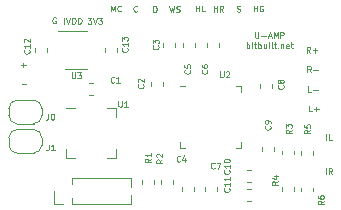
<source format=gbr>
G04 #@! TF.GenerationSoftware,KiCad,Pcbnew,(5.1.4)-1*
G04 #@! TF.CreationDate,2019-11-10T16:51:08-05:00*
G04 #@! TF.ProjectId,UniAmp,556e6941-6d70-42e6-9b69-6361645f7063,rev?*
G04 #@! TF.SameCoordinates,Original*
G04 #@! TF.FileFunction,Legend,Top*
G04 #@! TF.FilePolarity,Positive*
%FSLAX46Y46*%
G04 Gerber Fmt 4.6, Leading zero omitted, Abs format (unit mm)*
G04 Created by KiCad (PCBNEW (5.1.4)-1) date 2019-11-10 16:51:08*
%MOMM*%
%LPD*%
G04 APERTURE LIST*
%ADD10C,0.125000*%
%ADD11C,0.120000*%
G04 APERTURE END LIST*
D10*
X122433333Y-59026190D02*
X122433333Y-58526190D01*
X122600000Y-58883333D01*
X122766666Y-58526190D01*
X122766666Y-59026190D01*
X123290476Y-58978571D02*
X123266666Y-59002380D01*
X123195238Y-59026190D01*
X123147619Y-59026190D01*
X123076190Y-59002380D01*
X123028571Y-58954761D01*
X123004761Y-58907142D01*
X122980952Y-58811904D01*
X122980952Y-58740476D01*
X123004761Y-58645238D01*
X123028571Y-58597619D01*
X123076190Y-58550000D01*
X123147619Y-58526190D01*
X123195238Y-58526190D01*
X123266666Y-58550000D01*
X123290476Y-58573809D01*
X124654761Y-58998571D02*
X124630952Y-59022380D01*
X124559523Y-59046190D01*
X124511904Y-59046190D01*
X124440476Y-59022380D01*
X124392857Y-58974761D01*
X124369047Y-58927142D01*
X124345238Y-58831904D01*
X124345238Y-58760476D01*
X124369047Y-58665238D01*
X124392857Y-58617619D01*
X124440476Y-58570000D01*
X124511904Y-58546190D01*
X124559523Y-58546190D01*
X124630952Y-58570000D01*
X124654761Y-58593809D01*
X127387619Y-58576190D02*
X127506666Y-59076190D01*
X127601904Y-58719047D01*
X127697142Y-59076190D01*
X127816190Y-58576190D01*
X127982857Y-59052380D02*
X128054285Y-59076190D01*
X128173333Y-59076190D01*
X128220952Y-59052380D01*
X128244761Y-59028571D01*
X128268571Y-58980952D01*
X128268571Y-58933333D01*
X128244761Y-58885714D01*
X128220952Y-58861904D01*
X128173333Y-58838095D01*
X128078095Y-58814285D01*
X128030476Y-58790476D01*
X128006666Y-58766666D01*
X127982857Y-58719047D01*
X127982857Y-58671428D01*
X128006666Y-58623809D01*
X128030476Y-58600000D01*
X128078095Y-58576190D01*
X128197142Y-58576190D01*
X128268571Y-58600000D01*
X126039047Y-59066190D02*
X126039047Y-58566190D01*
X126158095Y-58566190D01*
X126229523Y-58590000D01*
X126277142Y-58637619D01*
X126300952Y-58685238D01*
X126324761Y-58780476D01*
X126324761Y-58851904D01*
X126300952Y-58947142D01*
X126277142Y-58994761D01*
X126229523Y-59042380D01*
X126158095Y-59066190D01*
X126039047Y-59066190D01*
X117173333Y-70296190D02*
X117173333Y-70653333D01*
X117149523Y-70724761D01*
X117101904Y-70772380D01*
X117030476Y-70796190D01*
X116982857Y-70796190D01*
X117673333Y-70796190D02*
X117387619Y-70796190D01*
X117530476Y-70796190D02*
X117530476Y-70296190D01*
X117482857Y-70367619D01*
X117435238Y-70415238D01*
X117387619Y-70439047D01*
X117133333Y-67686190D02*
X117133333Y-68043333D01*
X117109523Y-68114761D01*
X117061904Y-68162380D01*
X116990476Y-68186190D01*
X116942857Y-68186190D01*
X117466666Y-67686190D02*
X117514285Y-67686190D01*
X117561904Y-67710000D01*
X117585714Y-67733809D01*
X117609523Y-67781428D01*
X117633333Y-67876666D01*
X117633333Y-67995714D01*
X117609523Y-68090952D01*
X117585714Y-68138571D01*
X117561904Y-68162380D01*
X117514285Y-68186190D01*
X117466666Y-68186190D01*
X117419047Y-68162380D01*
X117395238Y-68138571D01*
X117371428Y-68090952D01*
X117347619Y-67995714D01*
X117347619Y-67876666D01*
X117371428Y-67781428D01*
X117395238Y-67733809D01*
X117419047Y-67710000D01*
X117466666Y-67686190D01*
X140670000Y-72806190D02*
X140670000Y-72306190D01*
X141193809Y-72806190D02*
X141027142Y-72568095D01*
X140908095Y-72806190D02*
X140908095Y-72306190D01*
X141098571Y-72306190D01*
X141146190Y-72330000D01*
X141170000Y-72353809D01*
X141193809Y-72401428D01*
X141193809Y-72472857D01*
X141170000Y-72520476D01*
X141146190Y-72544285D01*
X141098571Y-72568095D01*
X140908095Y-72568095D01*
X140647619Y-69896190D02*
X140647619Y-69396190D01*
X141123809Y-69896190D02*
X140885714Y-69896190D01*
X140885714Y-69396190D01*
X139365238Y-64146190D02*
X139198571Y-63908095D01*
X139079523Y-64146190D02*
X139079523Y-63646190D01*
X139270000Y-63646190D01*
X139317619Y-63670000D01*
X139341428Y-63693809D01*
X139365238Y-63741428D01*
X139365238Y-63812857D01*
X139341428Y-63860476D01*
X139317619Y-63884285D01*
X139270000Y-63908095D01*
X139079523Y-63908095D01*
X139579523Y-63955714D02*
X139960476Y-63955714D01*
X139335238Y-62506190D02*
X139168571Y-62268095D01*
X139049523Y-62506190D02*
X139049523Y-62006190D01*
X139240000Y-62006190D01*
X139287619Y-62030000D01*
X139311428Y-62053809D01*
X139335238Y-62101428D01*
X139335238Y-62172857D01*
X139311428Y-62220476D01*
X139287619Y-62244285D01*
X139240000Y-62268095D01*
X139049523Y-62268095D01*
X139549523Y-62315714D02*
X139930476Y-62315714D01*
X139740000Y-62506190D02*
X139740000Y-62125238D01*
X139405238Y-65836190D02*
X139167142Y-65836190D01*
X139167142Y-65336190D01*
X139571904Y-65645714D02*
X139952857Y-65645714D01*
X139475238Y-67496190D02*
X139237142Y-67496190D01*
X139237142Y-66996190D01*
X139641904Y-67305714D02*
X140022857Y-67305714D01*
X139832380Y-67496190D02*
X139832380Y-67115238D01*
X114889523Y-65195714D02*
X115270476Y-65195714D01*
X114829523Y-63565714D02*
X115210476Y-63565714D01*
X115020000Y-63756190D02*
X115020000Y-63375238D01*
X120470952Y-59586190D02*
X120780476Y-59586190D01*
X120613809Y-59776666D01*
X120685238Y-59776666D01*
X120732857Y-59800476D01*
X120756666Y-59824285D01*
X120780476Y-59871904D01*
X120780476Y-59990952D01*
X120756666Y-60038571D01*
X120732857Y-60062380D01*
X120685238Y-60086190D01*
X120542380Y-60086190D01*
X120494761Y-60062380D01*
X120470952Y-60038571D01*
X120923333Y-59586190D02*
X121090000Y-60086190D01*
X121256666Y-59586190D01*
X121375714Y-59586190D02*
X121685238Y-59586190D01*
X121518571Y-59776666D01*
X121590000Y-59776666D01*
X121637619Y-59800476D01*
X121661428Y-59824285D01*
X121685238Y-59871904D01*
X121685238Y-59990952D01*
X121661428Y-60038571D01*
X121637619Y-60062380D01*
X121590000Y-60086190D01*
X121447142Y-60086190D01*
X121399523Y-60062380D01*
X121375714Y-60038571D01*
X118505714Y-60056190D02*
X118505714Y-59556190D01*
X118672380Y-59556190D02*
X118839047Y-60056190D01*
X119005714Y-59556190D01*
X119172380Y-60056190D02*
X119172380Y-59556190D01*
X119291428Y-59556190D01*
X119362857Y-59580000D01*
X119410476Y-59627619D01*
X119434285Y-59675238D01*
X119458095Y-59770476D01*
X119458095Y-59841904D01*
X119434285Y-59937142D01*
X119410476Y-59984761D01*
X119362857Y-60032380D01*
X119291428Y-60056190D01*
X119172380Y-60056190D01*
X119672380Y-60056190D02*
X119672380Y-59556190D01*
X119791428Y-59556190D01*
X119862857Y-59580000D01*
X119910476Y-59627619D01*
X119934285Y-59675238D01*
X119958095Y-59770476D01*
X119958095Y-59841904D01*
X119934285Y-59937142D01*
X119910476Y-59984761D01*
X119862857Y-60032380D01*
X119791428Y-60056190D01*
X119672380Y-60056190D01*
X117760952Y-59560000D02*
X117713333Y-59536190D01*
X117641904Y-59536190D01*
X117570476Y-59560000D01*
X117522857Y-59607619D01*
X117499047Y-59655238D01*
X117475238Y-59750476D01*
X117475238Y-59821904D01*
X117499047Y-59917142D01*
X117522857Y-59964761D01*
X117570476Y-60012380D01*
X117641904Y-60036190D01*
X117689523Y-60036190D01*
X117760952Y-60012380D01*
X117784761Y-59988571D01*
X117784761Y-59821904D01*
X117689523Y-59821904D01*
X134547142Y-59026190D02*
X134547142Y-58526190D01*
X134547142Y-58764285D02*
X134832857Y-58764285D01*
X134832857Y-59026190D02*
X134832857Y-58526190D01*
X135332857Y-58550000D02*
X135285238Y-58526190D01*
X135213809Y-58526190D01*
X135142380Y-58550000D01*
X135094761Y-58597619D01*
X135070952Y-58645238D01*
X135047142Y-58740476D01*
X135047142Y-58811904D01*
X135070952Y-58907142D01*
X135094761Y-58954761D01*
X135142380Y-59002380D01*
X135213809Y-59026190D01*
X135261428Y-59026190D01*
X135332857Y-59002380D01*
X135356666Y-58978571D01*
X135356666Y-58811904D01*
X135261428Y-58811904D01*
X133117142Y-59022380D02*
X133188571Y-59046190D01*
X133307619Y-59046190D01*
X133355238Y-59022380D01*
X133379047Y-58998571D01*
X133402857Y-58950952D01*
X133402857Y-58903333D01*
X133379047Y-58855714D01*
X133355238Y-58831904D01*
X133307619Y-58808095D01*
X133212380Y-58784285D01*
X133164761Y-58760476D01*
X133140952Y-58736666D01*
X133117142Y-58689047D01*
X133117142Y-58641428D01*
X133140952Y-58593809D01*
X133164761Y-58570000D01*
X133212380Y-58546190D01*
X133331428Y-58546190D01*
X133402857Y-58570000D01*
X131157142Y-59036190D02*
X131157142Y-58536190D01*
X131157142Y-58774285D02*
X131442857Y-58774285D01*
X131442857Y-59036190D02*
X131442857Y-58536190D01*
X131966666Y-59036190D02*
X131800000Y-58798095D01*
X131680952Y-59036190D02*
X131680952Y-58536190D01*
X131871428Y-58536190D01*
X131919047Y-58560000D01*
X131942857Y-58583809D01*
X131966666Y-58631428D01*
X131966666Y-58702857D01*
X131942857Y-58750476D01*
X131919047Y-58774285D01*
X131871428Y-58798095D01*
X131680952Y-58798095D01*
X129624761Y-59026190D02*
X129624761Y-58526190D01*
X129624761Y-58764285D02*
X129910476Y-58764285D01*
X129910476Y-59026190D02*
X129910476Y-58526190D01*
X130386666Y-59026190D02*
X130148571Y-59026190D01*
X130148571Y-58526190D01*
X134647619Y-60768690D02*
X134647619Y-61173452D01*
X134671428Y-61221071D01*
X134695238Y-61244880D01*
X134742857Y-61268690D01*
X134838095Y-61268690D01*
X134885714Y-61244880D01*
X134909523Y-61221071D01*
X134933333Y-61173452D01*
X134933333Y-60768690D01*
X135171428Y-61078214D02*
X135552380Y-61078214D01*
X135766666Y-61125833D02*
X136004761Y-61125833D01*
X135719047Y-61268690D02*
X135885714Y-60768690D01*
X136052380Y-61268690D01*
X136219047Y-61268690D02*
X136219047Y-60768690D01*
X136385714Y-61125833D01*
X136552380Y-60768690D01*
X136552380Y-61268690D01*
X136790476Y-61268690D02*
X136790476Y-60768690D01*
X136980952Y-60768690D01*
X137028571Y-60792500D01*
X137052380Y-60816309D01*
X137076190Y-60863928D01*
X137076190Y-60935357D01*
X137052380Y-60982976D01*
X137028571Y-61006785D01*
X136980952Y-61030595D01*
X136790476Y-61030595D01*
X133933333Y-62143690D02*
X133933333Y-61643690D01*
X133933333Y-61834166D02*
X133980952Y-61810357D01*
X134076190Y-61810357D01*
X134123809Y-61834166D01*
X134147619Y-61857976D01*
X134171428Y-61905595D01*
X134171428Y-62048452D01*
X134147619Y-62096071D01*
X134123809Y-62119880D01*
X134076190Y-62143690D01*
X133980952Y-62143690D01*
X133933333Y-62119880D01*
X134385714Y-62143690D02*
X134385714Y-61810357D01*
X134385714Y-61643690D02*
X134361904Y-61667500D01*
X134385714Y-61691309D01*
X134409523Y-61667500D01*
X134385714Y-61643690D01*
X134385714Y-61691309D01*
X134552380Y-61810357D02*
X134742857Y-61810357D01*
X134623809Y-61643690D02*
X134623809Y-62072261D01*
X134647619Y-62119880D01*
X134695238Y-62143690D01*
X134742857Y-62143690D01*
X134909523Y-62143690D02*
X134909523Y-61643690D01*
X134909523Y-61834166D02*
X134957142Y-61810357D01*
X135052380Y-61810357D01*
X135100000Y-61834166D01*
X135123809Y-61857976D01*
X135147619Y-61905595D01*
X135147619Y-62048452D01*
X135123809Y-62096071D01*
X135100000Y-62119880D01*
X135052380Y-62143690D01*
X134957142Y-62143690D01*
X134909523Y-62119880D01*
X135576190Y-61810357D02*
X135576190Y-62143690D01*
X135361904Y-61810357D02*
X135361904Y-62072261D01*
X135385714Y-62119880D01*
X135433333Y-62143690D01*
X135504761Y-62143690D01*
X135552380Y-62119880D01*
X135576190Y-62096071D01*
X135814285Y-62143690D02*
X135814285Y-61810357D01*
X135814285Y-61643690D02*
X135790476Y-61667500D01*
X135814285Y-61691309D01*
X135838095Y-61667500D01*
X135814285Y-61643690D01*
X135814285Y-61691309D01*
X136123809Y-62143690D02*
X136076190Y-62119880D01*
X136052380Y-62072261D01*
X136052380Y-61643690D01*
X136242857Y-61810357D02*
X136433333Y-61810357D01*
X136314285Y-61643690D02*
X136314285Y-62072261D01*
X136338095Y-62119880D01*
X136385714Y-62143690D01*
X136433333Y-62143690D01*
X136600000Y-62096071D02*
X136623809Y-62119880D01*
X136600000Y-62143690D01*
X136576190Y-62119880D01*
X136600000Y-62096071D01*
X136600000Y-62143690D01*
X136838095Y-61810357D02*
X136838095Y-62143690D01*
X136838095Y-61857976D02*
X136861904Y-61834166D01*
X136909523Y-61810357D01*
X136980952Y-61810357D01*
X137028571Y-61834166D01*
X137052380Y-61881785D01*
X137052380Y-62143690D01*
X137480952Y-62119880D02*
X137433333Y-62143690D01*
X137338095Y-62143690D01*
X137290476Y-62119880D01*
X137266666Y-62072261D01*
X137266666Y-61881785D01*
X137290476Y-61834166D01*
X137338095Y-61810357D01*
X137433333Y-61810357D01*
X137480952Y-61834166D01*
X137504761Y-61881785D01*
X137504761Y-61929404D01*
X137266666Y-61977023D01*
X137647619Y-61810357D02*
X137838095Y-61810357D01*
X137719047Y-61643690D02*
X137719047Y-62072261D01*
X137742857Y-62119880D01*
X137790476Y-62143690D01*
X137838095Y-62143690D01*
D11*
X126820000Y-64987221D02*
X126820000Y-65312779D01*
X125800000Y-64987221D02*
X125800000Y-65312779D01*
X120942779Y-66110000D02*
X120617221Y-66110000D01*
X120942779Y-65090000D02*
X120617221Y-65090000D01*
X126840000Y-61684721D02*
X126840000Y-62010279D01*
X127860000Y-61684721D02*
X127860000Y-62010279D01*
X129460000Y-73874721D02*
X129460000Y-74200279D01*
X128440000Y-73874721D02*
X128440000Y-74200279D01*
X128540000Y-61684721D02*
X128540000Y-62010279D01*
X129560000Y-61684721D02*
X129560000Y-62010279D01*
X131600000Y-61684721D02*
X131600000Y-62010279D01*
X130580000Y-61684721D02*
X130580000Y-62010279D01*
X130440000Y-73874721D02*
X130440000Y-74200279D01*
X131460000Y-73874721D02*
X131460000Y-74200279D01*
X136050000Y-65139721D02*
X136050000Y-65465279D01*
X135030000Y-65139721D02*
X135030000Y-65465279D01*
X135200000Y-70514721D02*
X135200000Y-70840279D01*
X136220000Y-70514721D02*
X136220000Y-70840279D01*
X134315279Y-72450000D02*
X133989721Y-72450000D01*
X134315279Y-73470000D02*
X133989721Y-73470000D01*
X134315279Y-75090000D02*
X133989721Y-75090000D01*
X134315279Y-74070000D02*
X133989721Y-74070000D01*
X115990000Y-62104721D02*
X115990000Y-62430279D01*
X117010000Y-62104721D02*
X117010000Y-62430279D01*
X122940000Y-62114721D02*
X122940000Y-62440279D01*
X121920000Y-62114721D02*
X121920000Y-62440279D01*
X115900000Y-68530000D02*
X114500000Y-68530000D01*
X113800000Y-67830000D02*
X113800000Y-67230000D01*
X114500000Y-66530000D02*
X115900000Y-66530000D01*
X116600000Y-67230000D02*
X116600000Y-67830000D01*
X116600000Y-67830000D02*
G75*
G02X115900000Y-68530000I-700000J0D01*
G01*
X115900000Y-66530000D02*
G75*
G02X116600000Y-67230000I0J-700000D01*
G01*
X113800000Y-67230000D02*
G75*
G02X114500000Y-66530000I700000J0D01*
G01*
X114500000Y-68530000D02*
G75*
G02X113800000Y-67830000I0J700000D01*
G01*
X114500000Y-71020000D02*
G75*
G02X113800000Y-70320000I0J700000D01*
G01*
X113800000Y-69720000D02*
G75*
G02X114500000Y-69020000I700000J0D01*
G01*
X115900000Y-69020000D02*
G75*
G02X116600000Y-69720000I0J-700000D01*
G01*
X116600000Y-70320000D02*
G75*
G02X115900000Y-71020000I-700000J0D01*
G01*
X116600000Y-69720000D02*
X116600000Y-70320000D01*
X114500000Y-69020000D02*
X115900000Y-69020000D01*
X113800000Y-70320000D02*
X113800000Y-69720000D01*
X115900000Y-71020000D02*
X114500000Y-71020000D01*
X124135000Y-75340000D02*
X124135000Y-74537530D01*
X124135000Y-73922470D02*
X124135000Y-73120000D01*
X119120000Y-75340000D02*
X124135000Y-75340000D01*
X119120000Y-73120000D02*
X124135000Y-73120000D01*
X119120000Y-75340000D02*
X119120000Y-74793471D01*
X119120000Y-73666529D02*
X119120000Y-73120000D01*
X118360000Y-75340000D02*
X117600000Y-75340000D01*
X117600000Y-75340000D02*
X117600000Y-74230000D01*
X126100000Y-73602779D02*
X126100000Y-73277221D01*
X125080000Y-73602779D02*
X125080000Y-73277221D01*
X127740000Y-73287221D02*
X127740000Y-73612779D01*
X126720000Y-73287221D02*
X126720000Y-73612779D01*
X137970000Y-71130279D02*
X137970000Y-70804721D01*
X136950000Y-71130279D02*
X136950000Y-70804721D01*
X137970000Y-73914721D02*
X137970000Y-74240279D01*
X136950000Y-73914721D02*
X136950000Y-74240279D01*
X139570000Y-70814721D02*
X139570000Y-71140279D01*
X138550000Y-70814721D02*
X138550000Y-71140279D01*
X139560000Y-74260279D02*
X139560000Y-73934721D01*
X138540000Y-74260279D02*
X138540000Y-73934721D01*
X122145000Y-67210000D02*
X122870000Y-67210000D01*
X122870000Y-67210000D02*
X122870000Y-67935000D01*
X119375000Y-71430000D02*
X118650000Y-71430000D01*
X118650000Y-71430000D02*
X118650000Y-70705000D01*
X122145000Y-71430000D02*
X122870000Y-71430000D01*
X122870000Y-71430000D02*
X122870000Y-70705000D01*
X119375000Y-67210000D02*
X118650000Y-67210000D01*
X132995000Y-65330000D02*
X133470000Y-65330000D01*
X133470000Y-65330000D02*
X133470000Y-65805000D01*
X128725000Y-70550000D02*
X128250000Y-70550000D01*
X128250000Y-70550000D02*
X128250000Y-70075000D01*
X132995000Y-70550000D02*
X133470000Y-70550000D01*
X133470000Y-70550000D02*
X133470000Y-70075000D01*
X128725000Y-65330000D02*
X128250000Y-65330000D01*
X118590000Y-63870000D02*
X120390000Y-63870000D01*
X120390000Y-60650000D02*
X117940000Y-60650000D01*
D10*
X125168571Y-65203333D02*
X125192380Y-65227142D01*
X125216190Y-65298571D01*
X125216190Y-65346190D01*
X125192380Y-65417619D01*
X125144761Y-65465238D01*
X125097142Y-65489047D01*
X125001904Y-65512857D01*
X124930476Y-65512857D01*
X124835238Y-65489047D01*
X124787619Y-65465238D01*
X124740000Y-65417619D01*
X124716190Y-65346190D01*
X124716190Y-65298571D01*
X124740000Y-65227142D01*
X124763809Y-65203333D01*
X124763809Y-65012857D02*
X124740000Y-64989047D01*
X124716190Y-64941428D01*
X124716190Y-64822380D01*
X124740000Y-64774761D01*
X124763809Y-64750952D01*
X124811428Y-64727142D01*
X124859047Y-64727142D01*
X124930476Y-64750952D01*
X125216190Y-65036666D01*
X125216190Y-64727142D01*
X122716666Y-65003571D02*
X122692857Y-65027380D01*
X122621428Y-65051190D01*
X122573809Y-65051190D01*
X122502380Y-65027380D01*
X122454761Y-64979761D01*
X122430952Y-64932142D01*
X122407142Y-64836904D01*
X122407142Y-64765476D01*
X122430952Y-64670238D01*
X122454761Y-64622619D01*
X122502380Y-64575000D01*
X122573809Y-64551190D01*
X122621428Y-64551190D01*
X122692857Y-64575000D01*
X122716666Y-64598809D01*
X123192857Y-65051190D02*
X122907142Y-65051190D01*
X123050000Y-65051190D02*
X123050000Y-64551190D01*
X123002380Y-64622619D01*
X122954761Y-64670238D01*
X122907142Y-64694047D01*
X126428571Y-61903333D02*
X126452380Y-61927142D01*
X126476190Y-61998571D01*
X126476190Y-62046190D01*
X126452380Y-62117619D01*
X126404761Y-62165238D01*
X126357142Y-62189047D01*
X126261904Y-62212857D01*
X126190476Y-62212857D01*
X126095238Y-62189047D01*
X126047619Y-62165238D01*
X126000000Y-62117619D01*
X125976190Y-62046190D01*
X125976190Y-61998571D01*
X126000000Y-61927142D01*
X126023809Y-61903333D01*
X125976190Y-61736666D02*
X125976190Y-61427142D01*
X126166666Y-61593809D01*
X126166666Y-61522380D01*
X126190476Y-61474761D01*
X126214285Y-61450952D01*
X126261904Y-61427142D01*
X126380952Y-61427142D01*
X126428571Y-61450952D01*
X126452380Y-61474761D01*
X126476190Y-61522380D01*
X126476190Y-61665238D01*
X126452380Y-61712857D01*
X126428571Y-61736666D01*
X128306666Y-71688571D02*
X128282857Y-71712380D01*
X128211428Y-71736190D01*
X128163809Y-71736190D01*
X128092380Y-71712380D01*
X128044761Y-71664761D01*
X128020952Y-71617142D01*
X127997142Y-71521904D01*
X127997142Y-71450476D01*
X128020952Y-71355238D01*
X128044761Y-71307619D01*
X128092380Y-71260000D01*
X128163809Y-71236190D01*
X128211428Y-71236190D01*
X128282857Y-71260000D01*
X128306666Y-71283809D01*
X128735238Y-71402857D02*
X128735238Y-71736190D01*
X128616190Y-71212380D02*
X128497142Y-71569523D01*
X128806666Y-71569523D01*
X129108571Y-63983333D02*
X129132380Y-64007142D01*
X129156190Y-64078571D01*
X129156190Y-64126190D01*
X129132380Y-64197619D01*
X129084761Y-64245238D01*
X129037142Y-64269047D01*
X128941904Y-64292857D01*
X128870476Y-64292857D01*
X128775238Y-64269047D01*
X128727619Y-64245238D01*
X128680000Y-64197619D01*
X128656190Y-64126190D01*
X128656190Y-64078571D01*
X128680000Y-64007142D01*
X128703809Y-63983333D01*
X128656190Y-63530952D02*
X128656190Y-63769047D01*
X128894285Y-63792857D01*
X128870476Y-63769047D01*
X128846666Y-63721428D01*
X128846666Y-63602380D01*
X128870476Y-63554761D01*
X128894285Y-63530952D01*
X128941904Y-63507142D01*
X129060952Y-63507142D01*
X129108571Y-63530952D01*
X129132380Y-63554761D01*
X129156190Y-63602380D01*
X129156190Y-63721428D01*
X129132380Y-63769047D01*
X129108571Y-63792857D01*
X130568571Y-63983333D02*
X130592380Y-64007142D01*
X130616190Y-64078571D01*
X130616190Y-64126190D01*
X130592380Y-64197619D01*
X130544761Y-64245238D01*
X130497142Y-64269047D01*
X130401904Y-64292857D01*
X130330476Y-64292857D01*
X130235238Y-64269047D01*
X130187619Y-64245238D01*
X130140000Y-64197619D01*
X130116190Y-64126190D01*
X130116190Y-64078571D01*
X130140000Y-64007142D01*
X130163809Y-63983333D01*
X130116190Y-63554761D02*
X130116190Y-63650000D01*
X130140000Y-63697619D01*
X130163809Y-63721428D01*
X130235238Y-63769047D01*
X130330476Y-63792857D01*
X130520952Y-63792857D01*
X130568571Y-63769047D01*
X130592380Y-63745238D01*
X130616190Y-63697619D01*
X130616190Y-63602380D01*
X130592380Y-63554761D01*
X130568571Y-63530952D01*
X130520952Y-63507142D01*
X130401904Y-63507142D01*
X130354285Y-63530952D01*
X130330476Y-63554761D01*
X130306666Y-63602380D01*
X130306666Y-63697619D01*
X130330476Y-63745238D01*
X130354285Y-63769047D01*
X130401904Y-63792857D01*
X131216666Y-72278571D02*
X131192857Y-72302380D01*
X131121428Y-72326190D01*
X131073809Y-72326190D01*
X131002380Y-72302380D01*
X130954761Y-72254761D01*
X130930952Y-72207142D01*
X130907142Y-72111904D01*
X130907142Y-72040476D01*
X130930952Y-71945238D01*
X130954761Y-71897619D01*
X131002380Y-71850000D01*
X131073809Y-71826190D01*
X131121428Y-71826190D01*
X131192857Y-71850000D01*
X131216666Y-71873809D01*
X131383333Y-71826190D02*
X131716666Y-71826190D01*
X131502380Y-72326190D01*
X137028571Y-65263333D02*
X137052380Y-65287142D01*
X137076190Y-65358571D01*
X137076190Y-65406190D01*
X137052380Y-65477619D01*
X137004761Y-65525238D01*
X136957142Y-65549047D01*
X136861904Y-65572857D01*
X136790476Y-65572857D01*
X136695238Y-65549047D01*
X136647619Y-65525238D01*
X136600000Y-65477619D01*
X136576190Y-65406190D01*
X136576190Y-65358571D01*
X136600000Y-65287142D01*
X136623809Y-65263333D01*
X136790476Y-64977619D02*
X136766666Y-65025238D01*
X136742857Y-65049047D01*
X136695238Y-65072857D01*
X136671428Y-65072857D01*
X136623809Y-65049047D01*
X136600000Y-65025238D01*
X136576190Y-64977619D01*
X136576190Y-64882380D01*
X136600000Y-64834761D01*
X136623809Y-64810952D01*
X136671428Y-64787142D01*
X136695238Y-64787142D01*
X136742857Y-64810952D01*
X136766666Y-64834761D01*
X136790476Y-64882380D01*
X136790476Y-64977619D01*
X136814285Y-65025238D01*
X136838095Y-65049047D01*
X136885714Y-65072857D01*
X136980952Y-65072857D01*
X137028571Y-65049047D01*
X137052380Y-65025238D01*
X137076190Y-64977619D01*
X137076190Y-64882380D01*
X137052380Y-64834761D01*
X137028571Y-64810952D01*
X136980952Y-64787142D01*
X136885714Y-64787142D01*
X136838095Y-64810952D01*
X136814285Y-64834761D01*
X136790476Y-64882380D01*
X135918571Y-68713333D02*
X135942380Y-68737142D01*
X135966190Y-68808571D01*
X135966190Y-68856190D01*
X135942380Y-68927619D01*
X135894761Y-68975238D01*
X135847142Y-68999047D01*
X135751904Y-69022857D01*
X135680476Y-69022857D01*
X135585238Y-68999047D01*
X135537619Y-68975238D01*
X135490000Y-68927619D01*
X135466190Y-68856190D01*
X135466190Y-68808571D01*
X135490000Y-68737142D01*
X135513809Y-68713333D01*
X135966190Y-68475238D02*
X135966190Y-68380000D01*
X135942380Y-68332380D01*
X135918571Y-68308571D01*
X135847142Y-68260952D01*
X135751904Y-68237142D01*
X135561428Y-68237142D01*
X135513809Y-68260952D01*
X135490000Y-68284761D01*
X135466190Y-68332380D01*
X135466190Y-68427619D01*
X135490000Y-68475238D01*
X135513809Y-68499047D01*
X135561428Y-68522857D01*
X135680476Y-68522857D01*
X135728095Y-68499047D01*
X135751904Y-68475238D01*
X135775714Y-68427619D01*
X135775714Y-68332380D01*
X135751904Y-68284761D01*
X135728095Y-68260952D01*
X135680476Y-68237142D01*
X132458571Y-72471428D02*
X132482380Y-72495238D01*
X132506190Y-72566666D01*
X132506190Y-72614285D01*
X132482380Y-72685714D01*
X132434761Y-72733333D01*
X132387142Y-72757142D01*
X132291904Y-72780952D01*
X132220476Y-72780952D01*
X132125238Y-72757142D01*
X132077619Y-72733333D01*
X132030000Y-72685714D01*
X132006190Y-72614285D01*
X132006190Y-72566666D01*
X132030000Y-72495238D01*
X132053809Y-72471428D01*
X132506190Y-71995238D02*
X132506190Y-72280952D01*
X132506190Y-72138095D02*
X132006190Y-72138095D01*
X132077619Y-72185714D01*
X132125238Y-72233333D01*
X132149047Y-72280952D01*
X132006190Y-71685714D02*
X132006190Y-71638095D01*
X132030000Y-71590476D01*
X132053809Y-71566666D01*
X132101428Y-71542857D01*
X132196666Y-71519047D01*
X132315714Y-71519047D01*
X132410952Y-71542857D01*
X132458571Y-71566666D01*
X132482380Y-71590476D01*
X132506190Y-71638095D01*
X132506190Y-71685714D01*
X132482380Y-71733333D01*
X132458571Y-71757142D01*
X132410952Y-71780952D01*
X132315714Y-71804761D01*
X132196666Y-71804761D01*
X132101428Y-71780952D01*
X132053809Y-71757142D01*
X132030000Y-71733333D01*
X132006190Y-71685714D01*
X132448571Y-74001428D02*
X132472380Y-74025238D01*
X132496190Y-74096666D01*
X132496190Y-74144285D01*
X132472380Y-74215714D01*
X132424761Y-74263333D01*
X132377142Y-74287142D01*
X132281904Y-74310952D01*
X132210476Y-74310952D01*
X132115238Y-74287142D01*
X132067619Y-74263333D01*
X132020000Y-74215714D01*
X131996190Y-74144285D01*
X131996190Y-74096666D01*
X132020000Y-74025238D01*
X132043809Y-74001428D01*
X132496190Y-73525238D02*
X132496190Y-73810952D01*
X132496190Y-73668095D02*
X131996190Y-73668095D01*
X132067619Y-73715714D01*
X132115238Y-73763333D01*
X132139047Y-73810952D01*
X132496190Y-73049047D02*
X132496190Y-73334761D01*
X132496190Y-73191904D02*
X131996190Y-73191904D01*
X132067619Y-73239523D01*
X132115238Y-73287142D01*
X132139047Y-73334761D01*
X115508571Y-62281428D02*
X115532380Y-62305238D01*
X115556190Y-62376666D01*
X115556190Y-62424285D01*
X115532380Y-62495714D01*
X115484761Y-62543333D01*
X115437142Y-62567142D01*
X115341904Y-62590952D01*
X115270476Y-62590952D01*
X115175238Y-62567142D01*
X115127619Y-62543333D01*
X115080000Y-62495714D01*
X115056190Y-62424285D01*
X115056190Y-62376666D01*
X115080000Y-62305238D01*
X115103809Y-62281428D01*
X115556190Y-61805238D02*
X115556190Y-62090952D01*
X115556190Y-61948095D02*
X115056190Y-61948095D01*
X115127619Y-61995714D01*
X115175238Y-62043333D01*
X115199047Y-62090952D01*
X115103809Y-61614761D02*
X115080000Y-61590952D01*
X115056190Y-61543333D01*
X115056190Y-61424285D01*
X115080000Y-61376666D01*
X115103809Y-61352857D01*
X115151428Y-61329047D01*
X115199047Y-61329047D01*
X115270476Y-61352857D01*
X115556190Y-61638571D01*
X115556190Y-61329047D01*
X123818571Y-62131428D02*
X123842380Y-62155238D01*
X123866190Y-62226666D01*
X123866190Y-62274285D01*
X123842380Y-62345714D01*
X123794761Y-62393333D01*
X123747142Y-62417142D01*
X123651904Y-62440952D01*
X123580476Y-62440952D01*
X123485238Y-62417142D01*
X123437619Y-62393333D01*
X123390000Y-62345714D01*
X123366190Y-62274285D01*
X123366190Y-62226666D01*
X123390000Y-62155238D01*
X123413809Y-62131428D01*
X123866190Y-61655238D02*
X123866190Y-61940952D01*
X123866190Y-61798095D02*
X123366190Y-61798095D01*
X123437619Y-61845714D01*
X123485238Y-61893333D01*
X123509047Y-61940952D01*
X123366190Y-61488571D02*
X123366190Y-61179047D01*
X123556666Y-61345714D01*
X123556666Y-61274285D01*
X123580476Y-61226666D01*
X123604285Y-61202857D01*
X123651904Y-61179047D01*
X123770952Y-61179047D01*
X123818571Y-61202857D01*
X123842380Y-61226666D01*
X123866190Y-61274285D01*
X123866190Y-61417142D01*
X123842380Y-61464761D01*
X123818571Y-61488571D01*
X125846190Y-71493333D02*
X125608095Y-71660000D01*
X125846190Y-71779047D02*
X125346190Y-71779047D01*
X125346190Y-71588571D01*
X125370000Y-71540952D01*
X125393809Y-71517142D01*
X125441428Y-71493333D01*
X125512857Y-71493333D01*
X125560476Y-71517142D01*
X125584285Y-71540952D01*
X125608095Y-71588571D01*
X125608095Y-71779047D01*
X125846190Y-71017142D02*
X125846190Y-71302857D01*
X125846190Y-71160000D02*
X125346190Y-71160000D01*
X125417619Y-71207619D01*
X125465238Y-71255238D01*
X125489047Y-71302857D01*
X126796190Y-71553333D02*
X126558095Y-71720000D01*
X126796190Y-71839047D02*
X126296190Y-71839047D01*
X126296190Y-71648571D01*
X126320000Y-71600952D01*
X126343809Y-71577142D01*
X126391428Y-71553333D01*
X126462857Y-71553333D01*
X126510476Y-71577142D01*
X126534285Y-71600952D01*
X126558095Y-71648571D01*
X126558095Y-71839047D01*
X126343809Y-71362857D02*
X126320000Y-71339047D01*
X126296190Y-71291428D01*
X126296190Y-71172380D01*
X126320000Y-71124761D01*
X126343809Y-71100952D01*
X126391428Y-71077142D01*
X126439047Y-71077142D01*
X126510476Y-71100952D01*
X126796190Y-71386666D01*
X126796190Y-71077142D01*
X137736190Y-69043333D02*
X137498095Y-69210000D01*
X137736190Y-69329047D02*
X137236190Y-69329047D01*
X137236190Y-69138571D01*
X137260000Y-69090952D01*
X137283809Y-69067142D01*
X137331428Y-69043333D01*
X137402857Y-69043333D01*
X137450476Y-69067142D01*
X137474285Y-69090952D01*
X137498095Y-69138571D01*
X137498095Y-69329047D01*
X137236190Y-68876666D02*
X137236190Y-68567142D01*
X137426666Y-68733809D01*
X137426666Y-68662380D01*
X137450476Y-68614761D01*
X137474285Y-68590952D01*
X137521904Y-68567142D01*
X137640952Y-68567142D01*
X137688571Y-68590952D01*
X137712380Y-68614761D01*
X137736190Y-68662380D01*
X137736190Y-68805238D01*
X137712380Y-68852857D01*
X137688571Y-68876666D01*
X136576190Y-73413333D02*
X136338095Y-73580000D01*
X136576190Y-73699047D02*
X136076190Y-73699047D01*
X136076190Y-73508571D01*
X136100000Y-73460952D01*
X136123809Y-73437142D01*
X136171428Y-73413333D01*
X136242857Y-73413333D01*
X136290476Y-73437142D01*
X136314285Y-73460952D01*
X136338095Y-73508571D01*
X136338095Y-73699047D01*
X136242857Y-72984761D02*
X136576190Y-72984761D01*
X136052380Y-73103809D02*
X136409523Y-73222857D01*
X136409523Y-72913333D01*
X139306190Y-69063333D02*
X139068095Y-69230000D01*
X139306190Y-69349047D02*
X138806190Y-69349047D01*
X138806190Y-69158571D01*
X138830000Y-69110952D01*
X138853809Y-69087142D01*
X138901428Y-69063333D01*
X138972857Y-69063333D01*
X139020476Y-69087142D01*
X139044285Y-69110952D01*
X139068095Y-69158571D01*
X139068095Y-69349047D01*
X138806190Y-68610952D02*
X138806190Y-68849047D01*
X139044285Y-68872857D01*
X139020476Y-68849047D01*
X138996666Y-68801428D01*
X138996666Y-68682380D01*
X139020476Y-68634761D01*
X139044285Y-68610952D01*
X139091904Y-68587142D01*
X139210952Y-68587142D01*
X139258571Y-68610952D01*
X139282380Y-68634761D01*
X139306190Y-68682380D01*
X139306190Y-68801428D01*
X139282380Y-68849047D01*
X139258571Y-68872857D01*
X140476190Y-75063333D02*
X140238095Y-75230000D01*
X140476190Y-75349047D02*
X139976190Y-75349047D01*
X139976190Y-75158571D01*
X140000000Y-75110952D01*
X140023809Y-75087142D01*
X140071428Y-75063333D01*
X140142857Y-75063333D01*
X140190476Y-75087142D01*
X140214285Y-75110952D01*
X140238095Y-75158571D01*
X140238095Y-75349047D01*
X139976190Y-74634761D02*
X139976190Y-74730000D01*
X140000000Y-74777619D01*
X140023809Y-74801428D01*
X140095238Y-74849047D01*
X140190476Y-74872857D01*
X140380952Y-74872857D01*
X140428571Y-74849047D01*
X140452380Y-74825238D01*
X140476190Y-74777619D01*
X140476190Y-74682380D01*
X140452380Y-74634761D01*
X140428571Y-74610952D01*
X140380952Y-74587142D01*
X140261904Y-74587142D01*
X140214285Y-74610952D01*
X140190476Y-74634761D01*
X140166666Y-74682380D01*
X140166666Y-74777619D01*
X140190476Y-74825238D01*
X140214285Y-74849047D01*
X140261904Y-74872857D01*
X123079047Y-66596190D02*
X123079047Y-67000952D01*
X123102857Y-67048571D01*
X123126666Y-67072380D01*
X123174285Y-67096190D01*
X123269523Y-67096190D01*
X123317142Y-67072380D01*
X123340952Y-67048571D01*
X123364761Y-67000952D01*
X123364761Y-66596190D01*
X123864761Y-67096190D02*
X123579047Y-67096190D01*
X123721904Y-67096190D02*
X123721904Y-66596190D01*
X123674285Y-66667619D01*
X123626666Y-66715238D01*
X123579047Y-66739047D01*
X131689047Y-64106190D02*
X131689047Y-64510952D01*
X131712857Y-64558571D01*
X131736666Y-64582380D01*
X131784285Y-64606190D01*
X131879523Y-64606190D01*
X131927142Y-64582380D01*
X131950952Y-64558571D01*
X131974761Y-64510952D01*
X131974761Y-64106190D01*
X132189047Y-64153809D02*
X132212857Y-64130000D01*
X132260476Y-64106190D01*
X132379523Y-64106190D01*
X132427142Y-64130000D01*
X132450952Y-64153809D01*
X132474761Y-64201428D01*
X132474761Y-64249047D01*
X132450952Y-64320476D01*
X132165238Y-64606190D01*
X132474761Y-64606190D01*
X119129047Y-64186190D02*
X119129047Y-64590952D01*
X119152857Y-64638571D01*
X119176666Y-64662380D01*
X119224285Y-64686190D01*
X119319523Y-64686190D01*
X119367142Y-64662380D01*
X119390952Y-64638571D01*
X119414761Y-64590952D01*
X119414761Y-64186190D01*
X119605238Y-64186190D02*
X119914761Y-64186190D01*
X119748095Y-64376666D01*
X119819523Y-64376666D01*
X119867142Y-64400476D01*
X119890952Y-64424285D01*
X119914761Y-64471904D01*
X119914761Y-64590952D01*
X119890952Y-64638571D01*
X119867142Y-64662380D01*
X119819523Y-64686190D01*
X119676666Y-64686190D01*
X119629047Y-64662380D01*
X119605238Y-64638571D01*
M02*

</source>
